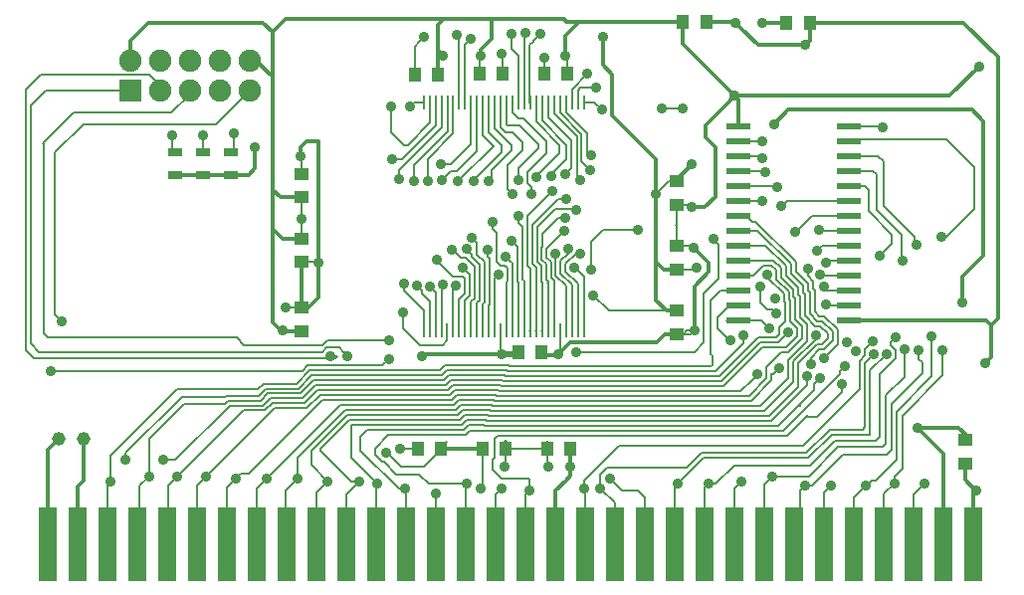
<source format=gbl>
G04 #@! TF.FileFunction,Copper,L2,Bot,Signal*
%FSLAX46Y46*%
G04 Gerber Fmt 4.6, Leading zero omitted, Abs format (unit mm)*
G04 Created by KiCad (PCBNEW (after 2015-may-25 BZR unknown)-product) date 17/02/2017 21:19:06*
%MOMM*%
G01*
G04 APERTURE LIST*
%ADD10C,0.100000*%
%ADD11R,0.279400X1.270000*%
%ADD12R,1.250000X1.000000*%
%ADD13R,1.000000X1.250000*%
%ADD14R,1.600200X6.299200*%
%ADD15R,1.900000X1.900000*%
%ADD16C,1.900000*%
%ADD17C,1.168400*%
%ADD18R,2.000000X0.600000*%
%ADD19R,1.300000X0.700000*%
%ADD20C,0.889000*%
%ADD21C,0.210000*%
%ADD22C,0.310000*%
%ADD23C,0.200000*%
%ADD24C,0.300000*%
G04 APERTURE END LIST*
D10*
D11*
X200440000Y-126398000D03*
X200948000Y-126398000D03*
X201430600Y-126398000D03*
X201938600Y-126398000D03*
X202446600Y-126398000D03*
X202929200Y-126398000D03*
X203437200Y-126398000D03*
X203945200Y-126398000D03*
X204427800Y-126398000D03*
X204935800Y-126398000D03*
X205443800Y-126398000D03*
X205951800Y-126398000D03*
X206434400Y-126398000D03*
X206942400Y-126398000D03*
X207450400Y-126398000D03*
X207933000Y-126398000D03*
X207933000Y-145829000D03*
X207425000Y-145829000D03*
X206942400Y-145829000D03*
X206434400Y-145829000D03*
X205926400Y-145829000D03*
X205443800Y-145829000D03*
X204935800Y-145829000D03*
X204427800Y-145829000D03*
X203945200Y-145829000D03*
X203437200Y-145829000D03*
X202929200Y-145829000D03*
X202421200Y-145829000D03*
X201938600Y-145829000D03*
X201430600Y-145829000D03*
X200922600Y-145829000D03*
X200440000Y-145829000D03*
X208441000Y-145829000D03*
X208949000Y-145829000D03*
X209457000Y-145829000D03*
X209965000Y-145829000D03*
X210473000Y-145829000D03*
X210981000Y-145829000D03*
X211489000Y-145829000D03*
X211997000Y-145829000D03*
X212505000Y-145829000D03*
X213013000Y-145829000D03*
X213521000Y-145829000D03*
X214029000Y-145829000D03*
X208441000Y-126398000D03*
X208949000Y-126398000D03*
X209457000Y-126398000D03*
X209965000Y-126398000D03*
X210473000Y-126398000D03*
X210981000Y-126398000D03*
X211489000Y-126398000D03*
X211997000Y-126398000D03*
X212505000Y-126398000D03*
X213013000Y-126398000D03*
X213521000Y-126398000D03*
X214029000Y-126398000D03*
D12*
X246450000Y-157150000D03*
X246450000Y-155150000D03*
D13*
X210450000Y-147650000D03*
X208450000Y-147650000D03*
D12*
X190000000Y-132500000D03*
X190000000Y-134500000D03*
D14*
X168443180Y-163981420D03*
X170983180Y-163981420D03*
X173523180Y-163981420D03*
X176063180Y-163981420D03*
X178603180Y-163981420D03*
X181143180Y-163981420D03*
X183683180Y-163981420D03*
X186223180Y-163981420D03*
X188763180Y-163981420D03*
X191303180Y-163981420D03*
X193843180Y-163981420D03*
X196383180Y-163981420D03*
X198923180Y-163981420D03*
X201463180Y-163981420D03*
X204003180Y-163981420D03*
X206543180Y-163981420D03*
X209083180Y-163981420D03*
X211623180Y-163981420D03*
X214163180Y-163981420D03*
X216703180Y-163981420D03*
X219243180Y-163981420D03*
X221783180Y-163981420D03*
X224323180Y-163981420D03*
X226863180Y-163981420D03*
X229403180Y-163981420D03*
X231943180Y-163981420D03*
X234483180Y-163981420D03*
X237023180Y-163981420D03*
X239563180Y-163981420D03*
X242103180Y-163981420D03*
X244643180Y-163981420D03*
X247183180Y-163981420D03*
D15*
X175420000Y-125370000D03*
D16*
X175420000Y-122830000D03*
X177960000Y-125370000D03*
X177960000Y-122830000D03*
X180500000Y-125370000D03*
X180500000Y-122830000D03*
X183040000Y-125370000D03*
X183040000Y-122830000D03*
X185580000Y-125370000D03*
X185580000Y-122830000D03*
D17*
X169402250Y-155050000D03*
X171497750Y-155050000D03*
D12*
X190000000Y-138000000D03*
X190000000Y-140000000D03*
X190000000Y-143900000D03*
X190000000Y-145900000D03*
D13*
X199650000Y-124050000D03*
X201650000Y-124050000D03*
X199900000Y-155850000D03*
X201900000Y-155850000D03*
X205150000Y-124000000D03*
X207150000Y-124000000D03*
X205400000Y-155850000D03*
X207400000Y-155850000D03*
X210650000Y-124000000D03*
X212650000Y-124000000D03*
X210900000Y-155850000D03*
X212900000Y-155850000D03*
D12*
X221900000Y-133150000D03*
X221900000Y-135150000D03*
X221900000Y-138650000D03*
X221900000Y-140650000D03*
X221900000Y-144150000D03*
X221900000Y-146150000D03*
D13*
X224450000Y-119550000D03*
X222450000Y-119550000D03*
X233250000Y-119650000D03*
X231250000Y-119650000D03*
D18*
X227156400Y-144942700D03*
X227156400Y-143672700D03*
X227156400Y-142402700D03*
X227156400Y-141132700D03*
X227156400Y-139862700D03*
X227156400Y-138592700D03*
X227156400Y-137322700D03*
X227156400Y-136052700D03*
X227156400Y-134782700D03*
X227156400Y-133512700D03*
X227156400Y-132242700D03*
X227156400Y-130972700D03*
X227156400Y-129702700D03*
X227156400Y-128432700D03*
X236556400Y-128432700D03*
X236556400Y-129702700D03*
X236556400Y-130972700D03*
X236556400Y-132242700D03*
X236556400Y-133512700D03*
X236556400Y-134782700D03*
X236556400Y-136052700D03*
X236556400Y-137322700D03*
X236556400Y-138592700D03*
X236556400Y-139862700D03*
X236556400Y-141132700D03*
X236556400Y-142402700D03*
X236556400Y-143672700D03*
X236556400Y-144942700D03*
D19*
X179250000Y-130700000D03*
X179250000Y-132600000D03*
X181650000Y-130700000D03*
X181650000Y-132600000D03*
X184050000Y-130700000D03*
X184050000Y-132600000D03*
D20*
X213703157Y-139272752D03*
X205250000Y-159250000D03*
X247450000Y-159450000D03*
X223350000Y-138750000D03*
X223250000Y-135350000D03*
X212450000Y-122450000D03*
X205250000Y-122450000D03*
X190050000Y-136300000D03*
X188450000Y-145850000D03*
X212850000Y-157450000D03*
X229250000Y-119650000D03*
X247650000Y-123350000D03*
X202050000Y-122450000D03*
X223450000Y-145850000D03*
X226850001Y-125870470D03*
X211849998Y-147850002D03*
X197250000Y-156250000D03*
X198650000Y-144250000D03*
X207050000Y-147850000D03*
X220150000Y-134250000D03*
X210650000Y-122650000D03*
X207050000Y-122250000D03*
X191450000Y-140050000D03*
X189950000Y-131000000D03*
X188650000Y-143850000D03*
X207250000Y-157450000D03*
X211050000Y-157450000D03*
X198400000Y-155850000D03*
X200450000Y-120850000D03*
X215650000Y-120850000D03*
X223650000Y-140450000D03*
X214850000Y-142850000D03*
X223250000Y-131650000D03*
X230250000Y-128250000D03*
X246250000Y-143450000D03*
X200250000Y-148050000D03*
X186050000Y-130250000D03*
X242448200Y-154112100D03*
X248149999Y-148650000D03*
X232850000Y-121550000D03*
X226950000Y-119650001D03*
X196450000Y-158850000D03*
X233024176Y-149710192D03*
X229850000Y-145650001D03*
X187050000Y-158450000D03*
X226469550Y-146650000D03*
X230620308Y-149057449D03*
X173800000Y-158650000D03*
X179450000Y-158250000D03*
X184450000Y-158450000D03*
X189650000Y-158450000D03*
X194906431Y-158706431D03*
X198850000Y-159299510D03*
X234114948Y-149864060D03*
X233331639Y-148655064D03*
X229250000Y-134850000D03*
X236250000Y-148850000D03*
X237170000Y-147613911D03*
X204050000Y-158850000D03*
X230450000Y-133650000D03*
X209450000Y-159450000D03*
X236012064Y-150398576D03*
X215450000Y-159250000D03*
X229450000Y-132350000D03*
X238689021Y-147843347D03*
X240548551Y-146392813D03*
X224650000Y-158850000D03*
X229250000Y-131150000D03*
X232850000Y-159050000D03*
X242550000Y-147550000D03*
X229250000Y-129750000D03*
X240450000Y-158850000D03*
X244550000Y-147550000D03*
X239450000Y-128550000D03*
X238050000Y-159050000D03*
X244450000Y-137850000D03*
X243650000Y-146350000D03*
X230050000Y-158250000D03*
X242350000Y-138550000D03*
X241306764Y-147446066D03*
X222050000Y-158850000D03*
X241150000Y-139850000D03*
X239787889Y-147825536D03*
X214050000Y-159250000D03*
X239250000Y-139450000D03*
X238609176Y-146747239D03*
X218650000Y-137250000D03*
X214650000Y-140650000D03*
X230850000Y-135250000D03*
X177050000Y-158250000D03*
X232050000Y-137450000D03*
X229650000Y-141050000D03*
X234050000Y-137250000D03*
X225050000Y-138050000D03*
X213369021Y-147674441D03*
X181902700Y-158250000D03*
X233850000Y-139050000D03*
X228806997Y-149577054D03*
X233083303Y-140592749D03*
X234434416Y-148210382D03*
X234650000Y-140050000D03*
X178250000Y-156850000D03*
X236382642Y-146847169D03*
X231386533Y-145954633D03*
X227650000Y-146250000D03*
X175050000Y-156850000D03*
X234090627Y-141032208D03*
X192250000Y-158650000D03*
X234438236Y-142076152D03*
X233779220Y-146278283D03*
X230283905Y-143086608D03*
X229050000Y-142050000D03*
X230410917Y-144402028D03*
X234650000Y-143650012D03*
X197750000Y-131250000D03*
X198350000Y-132950000D03*
X199550000Y-133150000D03*
X200750000Y-133150000D03*
X203250000Y-120650000D03*
X204450000Y-121050000D03*
X201850000Y-131650000D03*
X201950000Y-133050000D03*
X203350000Y-133150000D03*
X204650000Y-133150000D03*
X205950000Y-133150000D03*
X207950000Y-134250000D03*
X208450000Y-133050000D03*
X207850000Y-120550002D03*
X209072330Y-120534466D03*
X210350000Y-120550000D03*
X209969021Y-132748225D03*
X211250000Y-132650000D03*
X212450000Y-132550000D03*
X213750000Y-133050000D03*
X214550000Y-132150000D03*
X214650000Y-130950000D03*
X214350000Y-123950000D03*
X212682484Y-138865255D03*
X211644249Y-139263583D03*
X212406324Y-137346234D03*
X212465280Y-136248805D03*
X213401915Y-135609853D03*
X212549994Y-134650000D03*
X211350000Y-133950000D03*
X208450000Y-136050000D03*
X207889291Y-138183727D03*
X207393447Y-139524675D03*
X206250000Y-136550000D03*
X206765454Y-141041477D03*
X205817561Y-138931439D03*
X204510684Y-137909807D03*
X204063109Y-138913552D03*
X202838694Y-138943935D03*
X203739956Y-140456389D03*
X201531986Y-139835216D03*
X203146383Y-141987582D03*
X202042088Y-141926828D03*
X200950000Y-142050000D03*
X197450000Y-146650000D03*
X181650000Y-129250000D03*
X197450000Y-148250000D03*
X168650000Y-149250000D03*
X169650000Y-145050000D03*
X184250000Y-129050000D03*
X193871758Y-148050360D03*
X179050000Y-129250000D03*
X192511800Y-148050360D03*
X201450000Y-159719520D03*
X207050000Y-159250000D03*
X216250000Y-158450000D03*
X227450000Y-158650000D03*
X235050000Y-159050000D03*
X243050000Y-158850000D03*
X222409520Y-126950000D03*
X220650000Y-126950000D03*
X199250000Y-126750000D03*
X197650000Y-126750000D03*
X209550000Y-134250000D03*
X215550000Y-127050000D03*
X213249996Y-140450000D03*
X215050000Y-125150000D03*
X199851871Y-142005954D03*
X198766036Y-141836277D03*
D21*
X212490495Y-140814561D02*
X212490495Y-140135382D01*
X212490495Y-140135382D02*
X213353125Y-139272752D01*
X213521000Y-145829000D02*
X213521000Y-141845066D01*
X213521000Y-141845066D02*
X212490495Y-140814561D01*
X213353125Y-139272752D02*
X213703157Y-139272752D01*
X205400000Y-159100000D02*
X205400000Y-155850000D01*
X205250000Y-159250000D02*
X205400000Y-159100000D01*
D22*
X247450000Y-159450000D02*
X247183180Y-159716820D01*
D21*
X223250000Y-138650000D02*
X221900000Y-138650000D01*
X223350000Y-138750000D02*
X223250000Y-138650000D01*
X223050000Y-135150000D02*
X221900000Y-135150000D01*
X223250000Y-135350000D02*
X223050000Y-135150000D01*
X211997000Y-145829000D02*
X211997000Y-147950000D01*
X202421200Y-155328800D02*
X201900000Y-155850000D01*
D22*
X188500000Y-145900000D02*
X190000000Y-145900000D01*
D23*
X190000000Y-136250000D02*
X190000000Y-134500000D01*
X190050000Y-137950000D02*
X190000000Y-138000000D01*
X190050000Y-136300000D02*
X190050000Y-137950000D01*
D21*
X212650000Y-122650000D02*
X212650000Y-124000000D01*
X212450000Y-122450000D02*
X212650000Y-122650000D01*
X205150000Y-122550000D02*
X205150000Y-124000000D01*
X205250000Y-122450000D02*
X205150000Y-122550000D01*
D23*
X204850000Y-124300000D02*
X205150000Y-124000000D01*
D22*
X211623180Y-159476820D02*
X211623180Y-163981420D01*
X247183180Y-159716820D02*
X247183180Y-163981420D01*
D23*
X190050000Y-136300000D02*
X190000000Y-136250000D01*
D22*
X188450000Y-145850000D02*
X188500000Y-145900000D01*
X168443180Y-156009070D02*
X169402250Y-155050000D01*
X168443180Y-163981420D02*
X168443180Y-156009070D01*
X212900000Y-155850000D02*
X212900000Y-157450000D01*
X212900000Y-158200000D02*
X212500000Y-158600000D01*
X212500000Y-158600000D02*
X211623180Y-159476820D01*
X212900000Y-157450000D02*
X212900000Y-158200000D01*
D21*
X212850000Y-157450000D02*
X212900000Y-157450000D01*
X212900000Y-157450000D02*
X212850000Y-157450000D01*
X212850000Y-157450000D02*
X212900000Y-157450000D01*
D23*
X221850000Y-136800000D02*
X221900000Y-136800000D01*
X221900000Y-136800000D02*
X221850000Y-136800000D01*
X221850000Y-136800000D02*
X221900000Y-136800000D01*
X221900000Y-136800000D02*
X221900000Y-138650000D01*
X221900000Y-135150000D02*
X221900000Y-136800000D01*
D22*
X211450000Y-147950000D02*
X210450000Y-147950000D01*
X211997000Y-147950000D02*
X211450000Y-147950000D01*
D24*
X247350000Y-159450000D02*
X246450000Y-158550000D01*
X246450000Y-158550000D02*
X246450000Y-157150000D01*
X247450000Y-159450000D02*
X247350000Y-159450000D01*
X229250000Y-119650000D02*
X231250000Y-119650000D01*
D21*
X202050000Y-122450000D02*
X201650000Y-122850000D01*
X201650000Y-122850000D02*
X201650000Y-124050000D01*
D22*
X187550000Y-132750000D02*
X187550000Y-132650000D01*
X187550000Y-133850000D02*
X187550000Y-132750000D01*
X187550000Y-137150000D02*
X187550000Y-133850000D01*
X187550000Y-137950000D02*
X187550000Y-137150000D01*
X187550000Y-145150000D02*
X187550000Y-137950000D01*
X188250000Y-145850000D02*
X187550000Y-145150000D01*
X188450000Y-145850000D02*
X188250000Y-145850000D01*
X187550000Y-138000000D02*
X187550000Y-137950000D01*
X188200000Y-134500000D02*
X187550000Y-133850000D01*
X190000000Y-134500000D02*
X188200000Y-134500000D01*
X188400000Y-138000000D02*
X187550000Y-137150000D01*
X190000000Y-138000000D02*
X188400000Y-138000000D01*
X186130000Y-122830000D02*
X185580000Y-122830000D01*
X187550000Y-124250000D02*
X186130000Y-122830000D01*
X187550000Y-132750000D02*
X187550000Y-124250000D01*
X176950000Y-119650000D02*
X175420000Y-121180000D01*
X186750000Y-119650000D02*
X176950000Y-119650000D01*
X187550000Y-120450000D02*
X186750000Y-119650000D01*
X175420000Y-121180000D02*
X175420000Y-122830000D01*
X187550000Y-124250000D02*
X187550000Y-120450000D01*
X213650000Y-119550000D02*
X212450000Y-120750000D01*
X212450000Y-120750000D02*
X212450000Y-122450000D01*
X222450000Y-119550000D02*
X213650000Y-119550000D01*
X201650000Y-121950000D02*
X201650000Y-124050000D01*
X202150000Y-119350000D02*
X201650000Y-119850000D01*
X201650000Y-119850000D02*
X201650000Y-121950000D01*
X206150000Y-119350000D02*
X202150000Y-119350000D01*
X212550000Y-119550000D02*
X212350000Y-119350000D01*
X212350000Y-119350000D02*
X206150000Y-119350000D01*
X213650000Y-119550000D02*
X212550000Y-119550000D01*
X202050000Y-122350000D02*
X201650000Y-121950000D01*
X202050000Y-122450000D02*
X202050000Y-122350000D01*
X205250000Y-121950000D02*
X206150000Y-121050000D01*
X206150000Y-121050000D02*
X206150000Y-119350000D01*
X205250000Y-122450000D02*
X205250000Y-121950000D01*
X188650000Y-119350000D02*
X187550000Y-120450000D01*
X202150000Y-119350000D02*
X188650000Y-119350000D01*
X223450000Y-142050000D02*
X223450000Y-145221383D01*
D21*
X222821383Y-145850000D02*
X223450000Y-145850000D01*
X221900000Y-146150000D02*
X223150000Y-146150000D01*
D22*
X223450000Y-145221383D02*
X223450000Y-145850000D01*
X224650000Y-140050000D02*
X224650000Y-140850000D01*
X224650000Y-140850000D02*
X223450000Y-142050000D01*
X223350000Y-138750000D02*
X224650000Y-140050000D01*
D21*
X222550000Y-146150000D02*
X222550000Y-146121383D01*
X222550000Y-146121383D02*
X222821383Y-145850000D01*
X223150000Y-146150000D02*
X223450000Y-145850000D01*
D24*
X227156400Y-128432700D02*
X227156400Y-126176869D01*
D22*
X224360236Y-128360235D02*
X226405502Y-126314969D01*
D24*
X222450000Y-119550000D02*
X222450000Y-121470469D01*
X227478618Y-125870470D02*
X226850001Y-125870470D01*
X222450000Y-121470469D02*
X226405502Y-125425971D01*
X227156400Y-126176869D02*
X226850001Y-125870470D01*
D22*
X226405502Y-126314969D02*
X226850001Y-125870470D01*
D24*
X245129530Y-125870470D02*
X227478618Y-125870470D01*
X247650000Y-123350000D02*
X245129530Y-125870470D01*
X226405502Y-125425971D02*
X226850001Y-125870470D01*
D22*
X211997000Y-147704938D02*
X211997000Y-147950000D01*
X220285999Y-146829001D02*
X212872937Y-146829001D01*
X221900000Y-146150000D02*
X220965000Y-146150000D01*
X212872937Y-146829001D02*
X211997000Y-147704938D01*
X220965000Y-146150000D02*
X220285999Y-146829001D01*
X224360236Y-129360236D02*
X225250000Y-130250000D01*
X225250000Y-130250000D02*
X225250000Y-134450000D01*
X225250000Y-134450000D02*
X224350000Y-135350000D01*
X224350000Y-135350000D02*
X223250000Y-135350000D01*
X224360236Y-128360235D02*
X224360236Y-129360236D01*
D21*
X211450000Y-148050000D02*
X211450000Y-147950000D01*
X211450000Y-147950000D02*
X211450000Y-148050000D01*
X211549998Y-147850002D02*
X211849998Y-147850002D01*
X211450000Y-147950000D02*
X211549998Y-147850002D01*
X201900000Y-155975000D02*
X200425000Y-157450000D01*
X201900000Y-155850000D02*
X201900000Y-155975000D01*
X200425000Y-157450000D02*
X198450000Y-157450000D01*
X198450000Y-157450000D02*
X197694499Y-156694499D01*
X197694499Y-156694499D02*
X197250000Y-156250000D01*
D22*
X201900000Y-155850000D02*
X205400000Y-155850000D01*
D21*
X200078800Y-147078800D02*
X198650000Y-145650000D01*
X202421200Y-145829000D02*
X202421200Y-146674000D01*
X202016400Y-147078800D02*
X200078800Y-147078800D01*
X202421200Y-146674000D02*
X202016400Y-147078800D01*
X198650000Y-145650000D02*
X198650000Y-144878617D01*
X198650000Y-144878617D02*
X198650000Y-144250000D01*
X207250000Y-147650000D02*
X208450000Y-147650000D01*
X207050000Y-147850000D02*
X207250000Y-147650000D01*
X221250000Y-133150000D02*
X221900000Y-133150000D01*
X220150000Y-134250000D02*
X221250000Y-133150000D01*
X206942400Y-155392400D02*
X207400000Y-155850000D01*
X207400000Y-157300000D02*
X207400000Y-155850000D01*
X210650000Y-122650000D02*
X210650000Y-124000000D01*
X207050000Y-122250000D02*
X207150000Y-122350000D01*
X207150000Y-122350000D02*
X207150000Y-124000000D01*
X199650000Y-123450000D02*
X199650000Y-124050000D01*
D23*
X207350000Y-124200000D02*
X207150000Y-124000000D01*
X210450000Y-124200000D02*
X210650000Y-124000000D01*
D21*
X221900000Y-144400000D02*
X221900000Y-144150000D01*
X221850000Y-144450000D02*
X221900000Y-144400000D01*
X191400000Y-140000000D02*
X190000000Y-140000000D01*
D22*
X190000000Y-143900000D02*
X190000000Y-140000000D01*
D23*
X190200000Y-143700000D02*
X190000000Y-143900000D01*
X190000000Y-131050000D02*
X190000000Y-132500000D01*
D21*
X191450000Y-140050000D02*
X191400000Y-140000000D01*
X188650000Y-143850000D02*
X188700000Y-143900000D01*
X188700000Y-143900000D02*
X190000000Y-143900000D01*
X207250000Y-157450000D02*
X207400000Y-157300000D01*
D23*
X189950000Y-131000000D02*
X190000000Y-131050000D01*
D21*
X211050000Y-157450000D02*
X210900000Y-157300000D01*
X210900000Y-157300000D02*
X210900000Y-155850000D01*
D23*
X198400000Y-155850000D02*
X199900000Y-155850000D01*
D21*
X199650000Y-121650000D02*
X200005501Y-121294499D01*
X199650000Y-124050000D02*
X199650000Y-121650000D01*
X200005501Y-121294499D02*
X200450000Y-120850000D01*
D22*
X207400000Y-155850000D02*
X207400000Y-155300000D01*
X210900000Y-155850000D02*
X210900000Y-155400000D01*
X191450000Y-143050000D02*
X191450000Y-129750000D01*
X190600000Y-143900000D02*
X191450000Y-143050000D01*
X190000000Y-143900000D02*
X190600000Y-143900000D01*
X189950000Y-130250000D02*
X190450000Y-129750000D01*
X190450000Y-129750000D02*
X191450000Y-129750000D01*
X189950000Y-131000000D02*
X189950000Y-130250000D01*
X215650000Y-123250000D02*
X215650000Y-120850000D01*
X216450000Y-127550000D02*
X216450000Y-124050000D01*
X216450000Y-124050000D02*
X215650000Y-123250000D01*
X220150000Y-131250000D02*
X216450000Y-127550000D01*
X220150000Y-134250000D02*
X220150000Y-131250000D01*
X207050000Y-147950000D02*
X208450000Y-147950000D01*
D21*
X206942400Y-147842400D02*
X207050000Y-147950000D01*
X206942400Y-145829000D02*
X206942400Y-147842400D01*
D22*
X220150000Y-139950000D02*
X220850000Y-140650000D01*
X220850000Y-140650000D02*
X221900000Y-140650000D01*
X220150000Y-139750000D02*
X220150000Y-139950000D01*
X220150000Y-134250000D02*
X220150000Y-139750000D01*
X221050000Y-144150000D02*
X221900000Y-144150000D01*
X220150000Y-143250000D02*
X221050000Y-144150000D01*
X220150000Y-139750000D02*
X220150000Y-143250000D01*
D21*
X223450000Y-140650000D02*
X223650000Y-140450000D01*
X221900000Y-140650000D02*
X223450000Y-140650000D01*
X207400000Y-155850000D02*
X210900000Y-155850000D01*
X214850000Y-142850000D02*
X216150000Y-144150000D01*
X216150000Y-144150000D02*
X221900000Y-144150000D01*
D22*
X221900000Y-133000000D02*
X221900000Y-133150000D01*
X223250000Y-131650000D02*
X221900000Y-133000000D01*
X231450000Y-127050000D02*
X230250000Y-128250000D01*
X247050000Y-127050000D02*
X231450000Y-127050000D01*
X248050000Y-128050000D02*
X247050000Y-127050000D01*
X248050000Y-139450000D02*
X248050000Y-128050000D01*
X246250000Y-141250000D02*
X248050000Y-139450000D01*
X246250000Y-143450000D02*
X246250000Y-141250000D01*
X201850000Y-147850000D02*
X200450000Y-147850000D01*
X200450000Y-147850000D02*
X200250000Y-148050000D01*
X207050000Y-147850000D02*
X201850000Y-147850000D01*
X186050000Y-132050000D02*
X185500000Y-132600000D01*
X185500000Y-132600000D02*
X184050000Y-132600000D01*
X186050000Y-130250000D02*
X186050000Y-132050000D01*
X184050000Y-132600000D02*
X181650000Y-132600000D01*
X181650000Y-132600000D02*
X179250000Y-132600000D01*
X244643180Y-163981420D02*
X244643180Y-158643180D01*
X244643180Y-156307080D02*
X242448200Y-154112100D01*
X244643180Y-158643180D02*
X244643180Y-156307080D01*
X170983180Y-159116820D02*
X171050000Y-159050000D01*
X171497750Y-158602250D02*
X171050000Y-159050000D01*
X171497750Y-158602250D02*
X171497750Y-155050000D01*
X170983180Y-163981420D02*
X170983180Y-159116820D01*
D24*
X246450000Y-154650000D02*
X246450000Y-155150000D01*
X245912100Y-154112100D02*
X246450000Y-154650000D01*
X242448200Y-154112100D02*
X245912100Y-154112100D01*
X248694503Y-148105496D02*
X248594498Y-148205501D01*
X248594498Y-148205501D02*
X248149999Y-148650000D01*
X248694503Y-145394503D02*
X248694503Y-148105496D01*
X233250000Y-121150000D02*
X232850000Y-121550000D01*
X233250000Y-119650000D02*
X233250000Y-121150000D01*
X224450000Y-119550000D02*
X226849999Y-119550000D01*
X226849999Y-119550000D02*
X226950000Y-119650001D01*
X232850000Y-121550000D02*
X228849999Y-121550000D01*
X228849999Y-121550000D02*
X227394499Y-120094500D01*
X227394499Y-120094500D02*
X226950000Y-119650001D01*
D22*
X248242700Y-144942700D02*
X248694503Y-145394503D01*
X236556400Y-144942700D02*
X248242700Y-144942700D01*
D24*
X249250000Y-144839006D02*
X248694503Y-145394503D01*
X249250000Y-122550000D02*
X249250000Y-144839006D01*
X246350000Y-119650000D02*
X249250000Y-122550000D01*
X233250000Y-119650000D02*
X246350000Y-119650000D01*
D21*
X196383180Y-158916820D02*
X196450000Y-158850000D01*
X196383180Y-163981420D02*
X196383180Y-158916820D01*
X227156400Y-144942700D02*
X226157300Y-144942700D01*
X233110192Y-149710192D02*
X233024176Y-149710192D01*
X233250000Y-149850000D02*
X233110192Y-149710192D01*
X227156400Y-144942700D02*
X229142699Y-144942700D01*
X229142699Y-144942700D02*
X229405501Y-145205502D01*
X229405501Y-145205502D02*
X229850000Y-145650001D01*
X205784296Y-153510111D02*
X229989889Y-153510111D01*
X204102054Y-153409980D02*
X205684165Y-153409980D01*
X194250008Y-153849992D02*
X203662042Y-153849992D01*
X203662042Y-153849992D02*
X204102054Y-153409980D01*
X194250008Y-156650008D02*
X194250008Y-153849992D01*
X205684165Y-153409980D02*
X205784296Y-153510111D01*
X196450000Y-158850000D02*
X194250008Y-156650008D01*
X233024176Y-150475824D02*
X233024176Y-149710192D01*
X229989889Y-153510111D02*
X233024176Y-150475824D01*
X186250000Y-163954600D02*
X186223180Y-163981420D01*
X186250000Y-159250000D02*
X186250000Y-163954600D01*
X187050000Y-158450000D02*
X186250000Y-159250000D01*
X227156400Y-143672700D02*
X226456400Y-143672700D01*
X226456400Y-143672700D02*
X225450000Y-144679100D01*
X225450000Y-144679100D02*
X225450000Y-145630450D01*
X225450000Y-145630450D02*
X226025051Y-146205501D01*
X226025051Y-146205501D02*
X226469550Y-146650000D01*
X230005501Y-149805501D02*
X230005501Y-149494499D01*
X230175809Y-149501948D02*
X230620308Y-149057449D01*
X230005501Y-149494499D02*
X230012950Y-149501948D01*
X230012950Y-149501948D02*
X230175809Y-149501948D01*
X206480188Y-151830071D02*
X228263912Y-151830071D01*
X203406162Y-151729940D02*
X206380057Y-151729940D01*
X202966150Y-152169952D02*
X203406162Y-151729940D01*
X187050000Y-158450000D02*
X193330048Y-152169952D01*
X206380057Y-151729940D02*
X206480188Y-151830071D01*
X193330048Y-152169952D02*
X202966150Y-152169952D01*
X228263912Y-151830071D02*
X230005501Y-150088482D01*
X230005501Y-150088482D02*
X230005501Y-149494499D01*
X227156400Y-142402700D02*
X226497300Y-142402700D01*
X224953014Y-148789870D02*
X224910130Y-148789870D01*
D23*
X173523180Y-158926820D02*
X173800000Y-158650000D01*
X173523180Y-158926820D02*
X173523180Y-163981420D01*
D21*
X224953014Y-147953014D02*
X224953014Y-148789870D01*
X224850000Y-143250000D02*
X224850000Y-147850000D01*
X224850000Y-147850000D02*
X224953014Y-147953014D01*
X225697300Y-142402700D02*
X224850000Y-143250000D01*
X227156400Y-142402700D02*
X225697300Y-142402700D01*
X202188351Y-148789870D02*
X207634999Y-148789870D01*
X207634999Y-148789870D02*
X207735130Y-148890001D01*
X186332785Y-150850000D02*
X186832835Y-150349950D01*
X179450000Y-150850000D02*
X186332785Y-150850000D01*
X173800000Y-156500000D02*
X179450000Y-150850000D01*
X189598186Y-150349950D02*
X190718254Y-149229882D01*
X224852883Y-148890001D02*
X224953014Y-148789870D01*
X173800000Y-158650000D02*
X173800000Y-156500000D01*
X201748339Y-149229882D02*
X202188351Y-148789870D01*
X186832835Y-150349950D02*
X189598186Y-150349950D01*
X190718254Y-149229882D02*
X201748339Y-149229882D01*
X207735130Y-148890001D02*
X224852883Y-148890001D01*
X179450000Y-158250000D02*
X178650000Y-159050000D01*
X178650000Y-163934600D02*
X178603180Y-163981420D01*
X178650000Y-159050000D02*
X178650000Y-163934600D01*
X228443238Y-141132700D02*
X229285439Y-140290499D01*
X207002107Y-150570041D02*
X206901976Y-150469910D01*
X191414146Y-150909922D02*
X190294078Y-152029990D01*
X230409502Y-141491455D02*
X231466569Y-142548522D01*
X206901976Y-150469910D02*
X202884243Y-150469910D01*
X231590447Y-145084426D02*
X232179699Y-145673677D01*
X232179699Y-145673677D02*
X232179699Y-146356952D01*
X225935976Y-150570041D02*
X207002107Y-150570041D01*
X230409501Y-140685439D02*
X230409502Y-141491455D01*
X231466569Y-143148525D02*
X231590447Y-143272404D01*
X227156400Y-141132700D02*
X228443238Y-141132700D01*
X230014561Y-140290499D02*
X230409501Y-140685439D01*
X231590447Y-143272404D02*
X231590447Y-145084426D01*
X187528727Y-152029990D02*
X186928727Y-152629990D01*
X179894499Y-157805501D02*
X179450000Y-158250000D01*
X202884243Y-150469910D02*
X202444231Y-150909922D01*
X229285439Y-140290499D02*
X230014561Y-140290499D01*
X186928727Y-152629990D02*
X185070010Y-152629990D01*
X202444231Y-150909922D02*
X191414146Y-150909922D01*
X231466569Y-142548522D02*
X231466569Y-143148525D01*
X232179699Y-146356952D02*
X231287128Y-147249521D01*
X229256496Y-147249521D02*
X225935976Y-150570041D01*
X190294078Y-152029990D02*
X187528727Y-152029990D01*
X231287128Y-147249521D02*
X229256496Y-147249521D01*
X185070010Y-152629990D02*
X179894499Y-157805501D01*
X183683180Y-159216820D02*
X183683180Y-163981420D01*
X184450000Y-158450000D02*
X183683180Y-159216820D01*
X206554030Y-151309930D02*
X206654161Y-151410061D01*
X230180744Y-139862700D02*
X228366400Y-139862700D01*
X202792177Y-151749942D02*
X203232189Y-151309930D01*
X185506533Y-158005501D02*
X191762092Y-151749942D01*
X184894499Y-158005501D02*
X185506533Y-158005501D01*
X232599709Y-146530925D02*
X232599709Y-145499705D01*
X229585491Y-149914509D02*
X229585491Y-148950626D01*
X228366400Y-139862700D02*
X227156400Y-139862700D01*
X230829511Y-140511467D02*
X230180744Y-139862700D01*
X231461101Y-147669531D02*
X232599709Y-146530925D01*
X229585491Y-148950626D02*
X230866586Y-147669531D01*
X230866586Y-147669531D02*
X231461101Y-147669531D01*
X231886577Y-142974548D02*
X231886578Y-142904959D01*
X191762092Y-151749942D02*
X202792177Y-151749942D01*
X231886578Y-142374549D02*
X230829511Y-141317481D01*
X184450000Y-158450000D02*
X184894499Y-158005501D01*
X230829511Y-141317481D02*
X230829511Y-140511467D01*
X232010457Y-144910453D02*
X232010457Y-143098430D01*
X206654161Y-151410061D02*
X228089939Y-151410061D01*
X228089939Y-151410061D02*
X229585491Y-149914509D01*
X231886578Y-142904959D02*
X231886578Y-142374549D01*
X232010457Y-143098430D02*
X231886577Y-142974548D01*
X203232189Y-151309930D02*
X206554030Y-151309930D01*
X232599709Y-145499705D02*
X232010457Y-144910453D01*
X188650000Y-163868240D02*
X188763180Y-163981420D01*
X188650000Y-159450000D02*
X188650000Y-163868240D01*
X189650000Y-158450000D02*
X188650000Y-159450000D01*
X232430467Y-144736480D02*
X233019719Y-145325731D01*
X231409501Y-149890499D02*
X229049919Y-152250081D01*
X193728089Y-152589962D02*
X189650000Y-156668051D01*
X231409501Y-148315114D02*
X231409501Y-149890499D01*
X189650000Y-156668051D02*
X189650000Y-157821383D01*
X231249522Y-140337496D02*
X231249522Y-141143509D01*
X189650000Y-157821383D02*
X189650000Y-158450000D01*
X232306588Y-142200576D02*
X232306588Y-142800578D01*
X229049919Y-152250081D02*
X206306215Y-152250081D01*
X231249522Y-141143509D02*
X232306588Y-142200576D01*
X203140123Y-152589962D02*
X193728089Y-152589962D01*
X229504726Y-138592700D02*
X231249522Y-140337496D01*
X227156400Y-138592700D02*
X229504726Y-138592700D01*
X206306215Y-152250081D02*
X206206084Y-152149950D01*
X232430467Y-142924457D02*
X232430467Y-144736480D01*
X233019719Y-146704898D02*
X231409501Y-148315114D01*
X232306588Y-142800578D02*
X232430467Y-142924457D01*
X233019719Y-145325731D02*
X233019719Y-146704898D01*
X206206084Y-152149950D02*
X203580135Y-152149950D01*
X203580135Y-152149950D02*
X203140123Y-152589962D01*
X194277814Y-158706431D02*
X194906431Y-158706431D01*
X203488069Y-153429982D02*
X194076035Y-153429982D01*
X205958269Y-153090101D02*
X205858138Y-152989970D01*
X229809899Y-153090101D02*
X205958269Y-153090101D01*
X232264675Y-150635325D02*
X229809899Y-153090101D01*
X191650000Y-155856017D02*
X191650000Y-156078617D01*
X234261306Y-147030853D02*
X233881728Y-147030853D01*
X194076035Y-153429982D02*
X191650000Y-155856017D01*
X234783102Y-146108421D02*
X234783102Y-146509057D01*
X234124204Y-145449523D02*
X234783102Y-146108421D01*
X233737493Y-145449523D02*
X234124204Y-145449523D01*
X232850477Y-144562507D02*
X233737493Y-145449523D01*
X233881728Y-147030853D02*
X232264675Y-148647906D01*
X232850477Y-142750484D02*
X232850477Y-144562507D01*
X232264675Y-148647906D02*
X232264675Y-150635325D01*
X191650000Y-156078617D02*
X194277814Y-158706431D01*
X203928081Y-152989970D02*
X203488069Y-153429982D01*
X232726599Y-142626606D02*
X232850477Y-142750484D01*
X232726598Y-142026603D02*
X232726599Y-142626606D01*
X231669532Y-140163523D02*
X231669532Y-140969536D01*
X231669532Y-140969536D02*
X232726598Y-142026603D01*
X228828709Y-137322700D02*
X231669532Y-140163523D01*
X234783102Y-146509057D02*
X234261306Y-147030853D01*
X205858138Y-152989970D02*
X203928081Y-152989970D01*
X227156400Y-137322700D02*
X228828709Y-137322700D01*
X193843180Y-159769682D02*
X194461932Y-159150930D01*
X193843180Y-159769682D02*
X193843180Y-163981420D01*
X194461932Y-159150930D02*
X194906431Y-158706431D01*
X198923180Y-163981420D02*
X198923180Y-159372690D01*
X198923180Y-159372690D02*
X198850000Y-159299510D01*
X232450000Y-152250000D02*
X232450000Y-152050000D01*
X232450000Y-152050000D02*
X233605501Y-150894499D01*
X233605501Y-150373507D02*
X233670449Y-150308559D01*
X233670449Y-150308559D02*
X234114948Y-149864060D01*
X233605501Y-150894499D02*
X233605501Y-150373507D01*
X228366400Y-136562700D02*
X228662692Y-136562700D01*
X233146608Y-141852630D02*
X233146608Y-142452632D01*
X233270487Y-144388534D02*
X233911466Y-145029513D01*
X232089542Y-139989550D02*
X232089542Y-140795563D01*
X234435279Y-147450863D02*
X234055700Y-147450863D01*
X233911466Y-145029513D02*
X234298177Y-145029513D01*
X234055700Y-147450863D02*
X233331639Y-148174923D01*
X227156400Y-136052700D02*
X227856400Y-136052700D01*
X234298177Y-145029513D02*
X235203112Y-145934448D01*
X233146608Y-142452632D02*
X233270487Y-142576511D01*
X227856400Y-136052700D02*
X228366400Y-136562700D01*
X232089542Y-140795563D02*
X233146608Y-141852630D01*
X235203112Y-145934448D02*
X235203112Y-146683030D01*
X235203112Y-146683030D02*
X234435279Y-147450863D01*
X233331639Y-148174923D02*
X233331639Y-148655064D01*
X228662692Y-136562700D02*
X232089542Y-139989550D01*
X233270487Y-142576511D02*
X233270487Y-144388534D01*
X205610323Y-153930121D02*
X230569879Y-153930121D01*
X205510192Y-153829990D02*
X205610323Y-153930121D01*
X204276027Y-153829990D02*
X205510192Y-153829990D01*
X203836015Y-154270002D02*
X204276027Y-153829990D01*
X195629998Y-154270002D02*
X203836015Y-154270002D01*
X195050000Y-154850000D02*
X195629998Y-154270002D01*
X195050000Y-156050000D02*
X195050000Y-154850000D01*
X198299510Y-159299510D02*
X195050000Y-156050000D01*
X230569879Y-153930121D02*
X233605501Y-150894499D01*
X198850000Y-159299510D02*
X198299510Y-159299510D01*
X227156400Y-134782700D02*
X227856400Y-134782700D01*
X229250000Y-134850000D02*
X229182700Y-134782700D01*
X229182700Y-134782700D02*
X227156400Y-134782700D01*
X204003180Y-158896820D02*
X204050000Y-158850000D01*
X204003180Y-163981420D02*
X204003180Y-158896820D01*
X235805501Y-149523116D02*
X235805501Y-149294499D01*
X235805501Y-149294499D02*
X236250000Y-148850000D01*
X204349869Y-154350131D02*
X230978486Y-154350131D01*
X204009988Y-154690012D02*
X204349869Y-154350131D01*
X196250000Y-155850000D02*
X197409988Y-154690012D01*
X196250000Y-156374062D02*
X196250000Y-155850000D01*
X197409988Y-154690012D02*
X204009988Y-154690012D01*
X196885439Y-157009501D02*
X196250000Y-156374062D01*
X197009501Y-157009501D02*
X196885439Y-157009501D01*
X198050000Y-158050000D02*
X197009501Y-157009501D01*
X200050000Y-158050000D02*
X198050000Y-158050000D01*
X200850000Y-158850000D02*
X200050000Y-158050000D01*
X230978486Y-154350131D02*
X235805501Y-149523116D01*
X204050000Y-158850000D02*
X200850000Y-158850000D01*
X230312700Y-133512700D02*
X227156400Y-133512700D01*
X230450000Y-133650000D02*
X230312700Y-133512700D01*
X209450000Y-159450000D02*
X209450000Y-158450000D01*
X231329867Y-154770133D02*
X232950000Y-153150000D01*
X232950000Y-153150000D02*
X233050000Y-153050000D01*
X209850000Y-154770133D02*
X231329867Y-154770133D01*
X209810067Y-154810066D02*
X209850000Y-154770133D01*
X209083180Y-159816820D02*
X209083180Y-163981420D01*
X209450000Y-159450000D02*
X209083180Y-159816820D01*
X232950000Y-153150000D02*
X233889257Y-153150000D01*
X233889257Y-153150000D02*
X236012064Y-151027193D01*
X236012064Y-151027193D02*
X236012064Y-150398576D01*
X206689934Y-154810066D02*
X206450000Y-155050000D01*
X206450000Y-155050000D02*
X206450000Y-156650000D01*
X206450000Y-156650000D02*
X206250000Y-156850000D01*
X206250000Y-156850000D02*
X206250000Y-157650000D01*
X206250000Y-157650000D02*
X207050000Y-158450000D01*
X207050000Y-158450000D02*
X209450000Y-158450000D01*
X209810067Y-154810066D02*
X206689934Y-154810066D01*
X216703180Y-160503180D02*
X216703180Y-163981420D01*
X215450000Y-159250000D02*
X216703180Y-160503180D01*
X229342700Y-132242700D02*
X227156400Y-132242700D01*
X229342700Y-132242700D02*
X229450000Y-132350000D01*
X215450000Y-159250000D02*
X215450000Y-158125938D01*
X237737408Y-154250892D02*
X237927000Y-154061300D01*
X215450000Y-158125938D02*
X216034838Y-157541100D01*
X238244522Y-148287846D02*
X238689021Y-147843347D01*
X237927000Y-148605368D02*
X238244522Y-148287846D01*
X234946326Y-154250892D02*
X237737408Y-154250892D01*
X224086627Y-156219390D02*
X232977828Y-156219390D01*
X222764918Y-157541100D02*
X224086627Y-156219390D01*
X237927000Y-154061300D02*
X237927000Y-148605368D01*
X232977828Y-156219390D02*
X234946326Y-154250892D01*
X216034838Y-157541100D02*
X222764918Y-157541100D01*
X224650000Y-158850000D02*
X224323180Y-159176820D01*
X225278617Y-158850000D02*
X226828817Y-157299800D01*
X224650000Y-158850000D02*
X225278617Y-158850000D01*
X226828817Y-157299800D02*
X233304200Y-157299800D01*
X233304200Y-157299800D02*
X235387000Y-155217000D01*
X235387000Y-155217000D02*
X238866800Y-155217000D01*
X238866800Y-155217000D02*
X239171600Y-154912200D01*
X239171600Y-153550000D02*
X239171600Y-153527900D01*
X239171600Y-154912200D02*
X239171600Y-153550000D01*
X224323180Y-159176820D02*
X224323180Y-163981420D01*
X229072700Y-130972700D02*
X229250000Y-131150000D01*
X229072700Y-130972700D02*
X227156400Y-130972700D01*
X240104052Y-146837312D02*
X240548551Y-146392813D01*
X239171600Y-153550000D02*
X239171600Y-149565887D01*
X240104052Y-147066035D02*
X240104052Y-146837312D01*
X240547390Y-147509373D02*
X240104052Y-147066035D01*
X239171600Y-149565887D02*
X240547390Y-148190097D01*
X240547390Y-148190097D02*
X240547390Y-147509373D01*
X232450000Y-163474600D02*
X231943180Y-163981420D01*
X232450000Y-159450000D02*
X232450000Y-163474600D01*
X232850000Y-159050000D02*
X232450000Y-159450000D01*
X242550000Y-148250000D02*
X242850000Y-148550000D01*
X242850000Y-148550000D02*
X242850000Y-149450000D01*
X242850000Y-149450000D02*
X240250000Y-152050000D01*
X240250000Y-152050000D02*
X240250000Y-153261010D01*
X240250000Y-153261010D02*
X240262890Y-153273900D01*
X229202700Y-129702700D02*
X227156400Y-129702700D01*
X229202700Y-129702700D02*
X229250000Y-129750000D01*
X240262890Y-155941810D02*
X240262890Y-153273900D01*
X236105117Y-156423500D02*
X239781200Y-156423500D01*
X239781200Y-156423500D02*
X240262890Y-155941810D01*
X232850000Y-159050000D02*
X233478617Y-159050000D01*
X233478617Y-159050000D02*
X236105117Y-156423500D01*
X242550000Y-147550000D02*
X242550000Y-148250000D01*
X239563180Y-159736820D02*
X239563180Y-163981420D01*
X240450000Y-158850000D02*
X239563180Y-159736820D01*
X240450000Y-158221383D02*
X241127400Y-157543983D01*
X240450000Y-158850000D02*
X240450000Y-158221383D01*
X241127400Y-153250000D02*
X241127400Y-153210400D01*
X241127400Y-157543983D02*
X241127400Y-153250000D01*
X241127400Y-153072600D02*
X244550000Y-149650000D01*
X244550000Y-149650000D02*
X244550000Y-147550000D01*
X239450000Y-128550000D02*
X239332700Y-128432700D01*
X239332700Y-128432700D02*
X236556400Y-128432700D01*
X241127400Y-153250000D02*
X241127400Y-153072600D01*
X237023180Y-160076820D02*
X237023180Y-163981420D01*
X238050000Y-159050000D02*
X237023180Y-160076820D01*
X240682900Y-153250000D02*
X240682900Y-153248500D01*
X238894599Y-158605501D02*
X240682900Y-156817200D01*
X238050000Y-159050000D02*
X238494499Y-158605501D01*
X238494499Y-158605501D02*
X238894599Y-158605501D01*
X240682900Y-156817200D02*
X240682900Y-153250000D01*
X240682900Y-152717100D02*
X240682900Y-153250000D01*
X243650000Y-149750000D02*
X243650000Y-146350000D01*
X240682900Y-152717100D02*
X243650000Y-149750000D01*
X236709100Y-129550000D02*
X236556400Y-129702700D01*
X244850000Y-129550000D02*
X236709100Y-129550000D01*
X247250000Y-135450000D02*
X247250000Y-131950000D01*
X247250000Y-131950000D02*
X244850000Y-129550000D01*
X244850000Y-137850000D02*
X247250000Y-135450000D01*
X244450000Y-137850000D02*
X244850000Y-137850000D01*
X229403180Y-158896820D02*
X229403180Y-163981420D01*
X230050000Y-158250000D02*
X229403180Y-158896820D01*
X242150000Y-137850000D02*
X242150000Y-137950000D01*
X239550000Y-135250000D02*
X242150000Y-137850000D01*
X239550000Y-131450000D02*
X239550000Y-135250000D01*
X239072700Y-130972700D02*
X239550000Y-131450000D01*
X236556400Y-130972700D02*
X239072700Y-130972700D01*
X242150000Y-138350000D02*
X242150000Y-137850000D01*
X242150000Y-138350000D02*
X242350000Y-138550000D01*
X235666400Y-155763100D02*
X239463700Y-155763100D01*
X239743100Y-155483700D02*
X239743100Y-151356900D01*
X241306764Y-148074683D02*
X241306764Y-147446066D01*
X233179500Y-158250000D02*
X235666400Y-155763100D01*
X230050000Y-158250000D02*
X233179500Y-158250000D01*
X241306764Y-149793236D02*
X241306764Y-148074683D01*
X239743100Y-151356900D02*
X241306764Y-149793236D01*
X239463700Y-155763100D02*
X239743100Y-155483700D01*
X222050000Y-158850000D02*
X221783180Y-159116820D01*
X221783180Y-159116820D02*
X221783180Y-163981420D01*
X238642700Y-132242700D02*
X236556400Y-132242700D01*
X241050000Y-139750000D02*
X241150000Y-139850000D01*
X241050000Y-137650000D02*
X241050000Y-139750000D01*
X238950000Y-135550000D02*
X241050000Y-137650000D01*
X238950000Y-132550000D02*
X238950000Y-135550000D01*
X238642700Y-132242700D02*
X238950000Y-132550000D01*
X238384200Y-149229225D02*
X239787889Y-147825536D01*
X235120300Y-154670900D02*
X238384200Y-154670900D01*
X233151800Y-156639400D02*
X235120300Y-154670900D01*
X224260600Y-156639400D02*
X233151800Y-156639400D01*
X222050000Y-158850000D02*
X224260600Y-156639400D01*
X238384200Y-154670900D02*
X238384200Y-149229225D01*
X214050000Y-159250000D02*
X214163180Y-159363180D01*
X214163180Y-159363180D02*
X214163180Y-163981420D01*
X236593700Y-133550000D02*
X236556400Y-133512700D01*
X239250000Y-139450000D02*
X240250000Y-138450000D01*
X240250000Y-138450000D02*
X240250000Y-137650000D01*
X240250000Y-137650000D02*
X238250000Y-135650000D01*
X238250000Y-135650000D02*
X238250000Y-133850000D01*
X238250000Y-133850000D02*
X237950000Y-133550000D01*
X237950000Y-133550000D02*
X236593700Y-133550000D01*
X214050000Y-158621383D02*
X217021383Y-155650000D01*
X238164677Y-147191738D02*
X238609176Y-146747239D01*
X237929501Y-147426914D02*
X238164677Y-147191738D01*
X237929501Y-147965337D02*
X237929501Y-147426914D01*
X237484077Y-148410761D02*
X237929501Y-147965337D01*
X237484077Y-150815923D02*
X237484077Y-148410761D01*
X232650000Y-155650000D02*
X237484077Y-150815923D01*
X214050000Y-159250000D02*
X214050000Y-158621383D01*
X217021383Y-155650000D02*
X232650000Y-155650000D01*
X218650000Y-137250000D02*
X215650000Y-137250000D01*
X215650000Y-137250000D02*
X214650000Y-138250000D01*
X214650000Y-138250000D02*
X214650000Y-140650000D01*
X236556400Y-134782700D02*
X231317300Y-134782700D01*
X231317300Y-134782700D02*
X230850000Y-135250000D01*
X176250000Y-163794600D02*
X176063180Y-163981420D01*
X177050000Y-158250000D02*
X176250000Y-159050000D01*
X176250000Y-159050000D02*
X176250000Y-163794600D01*
X236556400Y-136052700D02*
X233447300Y-136052700D01*
X233447300Y-136052700D02*
X232494499Y-137005501D01*
X232494499Y-137005501D02*
X232050000Y-137450000D01*
X177050000Y-155050000D02*
X180050000Y-152050000D01*
X225569979Y-149730021D02*
X228890498Y-146409502D01*
X189946132Y-151189970D02*
X191066200Y-150069902D01*
X183728081Y-151789970D02*
X186580781Y-151789970D01*
X207350053Y-149730021D02*
X225569979Y-149730021D01*
X228890498Y-146409502D02*
X230394336Y-146409501D01*
X231046558Y-143322498D02*
X231046558Y-142722495D01*
X177050000Y-158250000D02*
X177050000Y-155050000D01*
X231170437Y-145046667D02*
X231170437Y-143446377D01*
X202096285Y-150069902D02*
X202536297Y-149629890D01*
X231170437Y-143446377D02*
X231046558Y-143322498D01*
X230627032Y-145590072D02*
X231170437Y-145046667D01*
X230394336Y-146409501D02*
X230627032Y-146176805D01*
X231046558Y-142722495D02*
X229650000Y-141325936D01*
X202536297Y-149629890D02*
X207249922Y-149629890D01*
X180050000Y-152050000D02*
X183468051Y-152050000D01*
X230627032Y-146176805D02*
X230627032Y-145590072D01*
X186580781Y-151789970D02*
X187180781Y-151189970D01*
X207249922Y-149629890D02*
X207350053Y-149730021D01*
X183468051Y-152050000D02*
X183728081Y-151789970D01*
X187180781Y-151189970D02*
X189946132Y-151189970D01*
X229650000Y-141325936D02*
X229650000Y-141050000D01*
X191066200Y-150069902D02*
X202096285Y-150069902D01*
X234050000Y-137250000D02*
X234122700Y-137322700D01*
X234122700Y-137322700D02*
X236556400Y-137322700D01*
X223425559Y-147674441D02*
X213997638Y-147674441D01*
X213997638Y-147674441D02*
X213369021Y-147674441D01*
X225494499Y-141405501D02*
X224250000Y-142650000D01*
X224250000Y-142650000D02*
X224250000Y-146850000D01*
X224250000Y-146850000D02*
X223425559Y-147674441D01*
X225494499Y-138494499D02*
X225494499Y-141405501D01*
X225050000Y-138050000D02*
X225494499Y-138494499D01*
X181143180Y-163981420D02*
X181143180Y-159009520D01*
X181143180Y-159009520D02*
X181458201Y-158694499D01*
X181458201Y-158694499D02*
X181902700Y-158250000D01*
X234307300Y-138592700D02*
X233850000Y-139050000D01*
X236556400Y-138592700D02*
X234307300Y-138592700D01*
X234878915Y-147765883D02*
X234434416Y-148210382D01*
X234472150Y-144609503D02*
X235623122Y-145760475D01*
X234085439Y-144609503D02*
X234472150Y-144609503D01*
X233083303Y-140592749D02*
X233083303Y-141195341D01*
X233566618Y-141678657D02*
X233566618Y-142278658D01*
X233566618Y-142278658D02*
X233690497Y-142402537D01*
X233690497Y-144214561D02*
X234085439Y-144609503D01*
X235623122Y-145760475D02*
X235623122Y-147021676D01*
X235623122Y-147021676D02*
X234878915Y-147765883D01*
X233083303Y-141195341D02*
X233566618Y-141678657D01*
X233690497Y-142402537D02*
X233690497Y-144214561D01*
X228362498Y-150021553D02*
X228806997Y-149577054D01*
X202618204Y-151329932D02*
X203058216Y-150889920D01*
X227394000Y-150990051D02*
X228362498Y-150021553D01*
X187702700Y-152450000D02*
X190468051Y-152450000D01*
X190468051Y-152450000D02*
X191588119Y-151329932D01*
X181902700Y-158250000D02*
X187702700Y-152450000D01*
X203058216Y-150889920D02*
X206728003Y-150889920D01*
X206728003Y-150889920D02*
X206828134Y-150990051D01*
X206828134Y-150990051D02*
X227394000Y-150990051D01*
X191588119Y-151329932D02*
X202618204Y-151329932D01*
X234837300Y-139862700D02*
X234650000Y-140050000D01*
X234837300Y-139862700D02*
X236556400Y-139862700D01*
X183902054Y-152209980D02*
X186754754Y-152209980D01*
X191240173Y-150489912D02*
X202270258Y-150489912D01*
X179262034Y-156850000D02*
X183902054Y-152209980D01*
X178250000Y-156850000D02*
X179262034Y-156850000D01*
X202710270Y-150049900D02*
X207075949Y-150049900D01*
X202270258Y-150489912D02*
X202710270Y-150049900D01*
X207176080Y-150150031D02*
X225762003Y-150150031D01*
X187354754Y-151609980D02*
X190120105Y-151609980D01*
X231386533Y-146011286D02*
X231386533Y-145954633D01*
X186754754Y-152209980D02*
X187354754Y-151609980D01*
X207075949Y-150049900D02*
X207176080Y-150150031D01*
X225762003Y-150150031D02*
X229082523Y-146829511D01*
X229082523Y-146829511D02*
X230568308Y-146829511D01*
X190120105Y-151609980D02*
X191240173Y-150489912D01*
X230568308Y-146829511D02*
X231386533Y-146011286D01*
X234191119Y-141132700D02*
X234090627Y-141032208D01*
X236556400Y-141132700D02*
X234191119Y-141132700D01*
X225218606Y-149310011D02*
X227650000Y-146878617D01*
X202362324Y-149209880D02*
X207423895Y-149209880D01*
X189772159Y-150769960D02*
X190892227Y-149649892D01*
X201922312Y-149649892D02*
X202362324Y-149209880D01*
X187006808Y-150769960D02*
X189772159Y-150769960D01*
X186406808Y-151369960D02*
X187006808Y-150769960D01*
X175050000Y-156221383D02*
X179821383Y-151450000D01*
X183554108Y-151369960D02*
X186406808Y-151369960D01*
X190892227Y-149649892D02*
X201922312Y-149649892D01*
X183474068Y-151450000D02*
X183554108Y-151369960D01*
X207423895Y-149209880D02*
X207524026Y-149310011D01*
X175050000Y-156850000D02*
X175050000Y-156221383D01*
X179821383Y-151450000D02*
X183474068Y-151450000D01*
X227650000Y-146878617D02*
X227650000Y-146250000D01*
X207524026Y-149310011D02*
X225218606Y-149310011D01*
X191250000Y-163928240D02*
X191303180Y-163981420D01*
X191250000Y-159650000D02*
X191250000Y-163928240D01*
X192250000Y-158650000D02*
X191250000Y-159650000D01*
X236556400Y-142402700D02*
X234764784Y-142402700D01*
X234764784Y-142402700D02*
X234438236Y-142076152D01*
X206032111Y-152569960D02*
X206132242Y-152670091D01*
X190850000Y-157250000D02*
X190850000Y-156062034D01*
X231844665Y-150246531D02*
X231844665Y-148473932D01*
X231844665Y-148473932D02*
X233779220Y-146539377D01*
X233779220Y-146539377D02*
X233779220Y-146278283D01*
X203314096Y-153009972D02*
X203754108Y-152569960D01*
X193902062Y-153009972D02*
X203314096Y-153009972D01*
X192250000Y-158650000D02*
X190850000Y-157250000D01*
X206132242Y-152670091D02*
X229421105Y-152670091D01*
X229421105Y-152670091D02*
X231844665Y-150246531D01*
X203754108Y-152569960D02*
X206032111Y-152569960D01*
X190850000Y-156062034D02*
X193902062Y-153009972D01*
X229450000Y-143850000D02*
X229605501Y-144005501D01*
X236556400Y-143672700D02*
X234672688Y-143672700D01*
X234672688Y-143672700D02*
X234650000Y-143650012D01*
X229050000Y-143450000D02*
X229605501Y-144005501D01*
X229050000Y-142050000D02*
X229050000Y-143450000D01*
X230058889Y-144050000D02*
X230410917Y-144402028D01*
X229650000Y-144050000D02*
X230058889Y-144050000D01*
X229605501Y-144005501D02*
X229650000Y-144050000D01*
X201430600Y-126398000D02*
X201430600Y-128369400D01*
X198550000Y-131250000D02*
X197750000Y-131250000D01*
X201430600Y-128369400D02*
X198550000Y-131250000D01*
X201938600Y-126398000D02*
X201938600Y-128561400D01*
X198350000Y-132150000D02*
X198350000Y-132950000D01*
X201938600Y-128561400D02*
X198350000Y-132150000D01*
X202446600Y-128853400D02*
X202446600Y-126398000D01*
X199550000Y-131750000D02*
X199550000Y-133150000D01*
X202446600Y-128853400D02*
X199550000Y-131750000D01*
X202929200Y-129070800D02*
X202929200Y-126398000D01*
X200750000Y-131250000D02*
X200750000Y-133150000D01*
X202929200Y-129070800D02*
X200750000Y-131250000D01*
X203437200Y-126398000D02*
X203437200Y-120837200D01*
X203437200Y-120837200D02*
X203250000Y-120650000D01*
X203945200Y-121554800D02*
X204450000Y-121050000D01*
X203945200Y-126398000D02*
X203945200Y-121554800D01*
X204427800Y-126398000D02*
X204427800Y-129972200D01*
X204427800Y-129972200D02*
X202750000Y-131650000D01*
X202750000Y-131650000D02*
X201850000Y-131650000D01*
X202750000Y-132250000D02*
X201950000Y-133050000D01*
X203250000Y-132250000D02*
X202750000Y-132250000D01*
X204935800Y-130564200D02*
X203250000Y-132250000D01*
X204935800Y-126398000D02*
X204935800Y-130564200D01*
X205443800Y-126398000D02*
X205443800Y-129243800D01*
X206350000Y-130150000D02*
X203350000Y-133150000D01*
X205443800Y-129243800D02*
X206350000Y-130150000D01*
X205951800Y-126398000D02*
X205951800Y-128948200D01*
X204650000Y-133050000D02*
X204650000Y-133150000D01*
X207053600Y-130646400D02*
X204650000Y-133050000D01*
X207053600Y-130050000D02*
X207053600Y-130646400D01*
X205951800Y-128948200D02*
X207053600Y-130050000D01*
X206150000Y-132950000D02*
X205950000Y-133150000D01*
X206150000Y-132150000D02*
X206150000Y-132950000D01*
X207850000Y-130450000D02*
X206150000Y-132150000D01*
X207850000Y-130050000D02*
X207850000Y-130450000D01*
X206434400Y-128634400D02*
X207850000Y-130050000D01*
X206434400Y-126398000D02*
X206434400Y-128634400D01*
X207505501Y-131794499D02*
X207505501Y-133805501D01*
X208850000Y-130450000D02*
X207505501Y-131794499D01*
X207505501Y-133805501D02*
X207950000Y-134250000D01*
X208850000Y-129850000D02*
X208850000Y-130450000D01*
X207950000Y-128950000D02*
X208850000Y-129850000D01*
X207350000Y-128950000D02*
X207950000Y-128950000D01*
X206942400Y-128542400D02*
X207350000Y-128950000D01*
X206942400Y-126398000D02*
X206942400Y-128542400D01*
X207450400Y-128250400D02*
X207550000Y-128350000D01*
X207450400Y-126398000D02*
X207450400Y-128250400D01*
X210150000Y-129950000D02*
X210150000Y-130321383D01*
X208450000Y-132021383D02*
X208450000Y-132421383D01*
X207550000Y-128350000D02*
X208550000Y-128350000D01*
X210150000Y-130321383D02*
X208450000Y-132021383D01*
X208450000Y-132421383D02*
X208450000Y-133050000D01*
X208550000Y-128350000D02*
X210150000Y-129950000D01*
X208441000Y-126398000D02*
X208441000Y-122441000D01*
X208441000Y-122441000D02*
X207850000Y-121850000D01*
X207850000Y-121850000D02*
X207850000Y-121178619D01*
X207850000Y-121178619D02*
X207850000Y-120550002D01*
X208949000Y-120657796D02*
X209072330Y-120534466D01*
X208949000Y-126398000D02*
X208949000Y-120657796D01*
X209450000Y-121549013D02*
X209450000Y-121850000D01*
X209450000Y-126391000D02*
X209450000Y-121549013D01*
X209457000Y-126398000D02*
X209450000Y-126391000D01*
X209450000Y-121550000D02*
X209450000Y-121549013D01*
X209750000Y-121250000D02*
X209750000Y-121150000D01*
X209750000Y-121150000D02*
X209905501Y-120994499D01*
X209905501Y-120994499D02*
X210350000Y-120550000D01*
X209750000Y-121250000D02*
X209450000Y-121550000D01*
X211950000Y-130767246D02*
X210413520Y-132303726D01*
X209965000Y-126398000D02*
X209965000Y-128065000D01*
X209965000Y-128065000D02*
X211950000Y-130050000D01*
X211950000Y-130050000D02*
X211950000Y-130767246D01*
X210413520Y-132303726D02*
X209969021Y-132748225D01*
X210473000Y-126398000D02*
X210473000Y-127973000D01*
X212529998Y-130029998D02*
X212529998Y-131270002D01*
X210473000Y-127973000D02*
X212529998Y-130029998D01*
X211250000Y-132550000D02*
X211250000Y-132650000D01*
X212529998Y-131270002D02*
X211250000Y-132550000D01*
X210981000Y-126398000D02*
X210981000Y-127681000D01*
X210981000Y-127681000D02*
X212950000Y-129650000D01*
X212950000Y-132050000D02*
X212450000Y-132550000D01*
X212950000Y-129650000D02*
X212950000Y-132050000D01*
X211489000Y-126398000D02*
X211489000Y-127382972D01*
X213429998Y-132729998D02*
X213750000Y-133050000D01*
X213429998Y-129323970D02*
X213429998Y-132729998D01*
X211489000Y-127382972D02*
X213429998Y-129323970D01*
X211997000Y-127297000D02*
X211997000Y-126398000D01*
X213850000Y-131450000D02*
X214550000Y-132150000D01*
X213850000Y-129150000D02*
X213850000Y-131450000D01*
X211997000Y-127297000D02*
X213850000Y-129150000D01*
X214350000Y-130650000D02*
X214650000Y-130950000D01*
X214350000Y-129050000D02*
X214350000Y-130650000D01*
X212558299Y-127258299D02*
X214350000Y-129050000D01*
X212558299Y-126451299D02*
X212558299Y-127258299D01*
X212505000Y-126398000D02*
X212558299Y-126451299D01*
X213013000Y-125287000D02*
X214350000Y-123950000D01*
X213013000Y-126398000D02*
X213013000Y-125287000D01*
X212070488Y-140988534D02*
X212070488Y-139911466D01*
X212682484Y-139299470D02*
X212682484Y-138865255D01*
X213013000Y-141931046D02*
X212070488Y-140988534D01*
X213013000Y-145829000D02*
X213013000Y-141931046D01*
X212070488Y-139911466D02*
X212682484Y-139299470D01*
X211644249Y-139892200D02*
X211644249Y-139263583D01*
X212505000Y-142017029D02*
X211650478Y-141162507D01*
X212505000Y-145829000D02*
X212505000Y-142017029D01*
X211650478Y-139898429D02*
X211644249Y-139892200D01*
X211650478Y-141162507D02*
X211650478Y-139898429D01*
X211961825Y-137790733D02*
X212406324Y-137346234D01*
X210884748Y-139628144D02*
X210884748Y-138867810D01*
X210884748Y-138867810D02*
X211961825Y-137790733D01*
X211230468Y-141336480D02*
X211230468Y-139973864D01*
X211489000Y-145829000D02*
X211489000Y-141595011D01*
X211230468Y-139973864D02*
X210884748Y-139628144D01*
X211489000Y-141595011D02*
X211230468Y-141336480D01*
X210981000Y-141781000D02*
X210950000Y-141750000D01*
X210981000Y-145829000D02*
X210981000Y-141781000D01*
X210810458Y-141510453D02*
X210810458Y-140158268D01*
X210810458Y-140158268D02*
X210464738Y-139812548D01*
X210464738Y-138693837D02*
X210495810Y-138662765D01*
X211836663Y-136248805D02*
X212465280Y-136248805D01*
X210495810Y-138662765D02*
X210495810Y-137589658D01*
X210981000Y-141680995D02*
X210810458Y-141510453D01*
X210464738Y-139812548D02*
X210464738Y-138693837D01*
X210495810Y-137589658D02*
X211836663Y-136248805D01*
X210981000Y-141781000D02*
X210981000Y-141680995D01*
X213269624Y-135477562D02*
X213401915Y-135609853D01*
X210075800Y-137024200D02*
X211622438Y-135477562D01*
X211622438Y-135477562D02*
X213269624Y-135477562D01*
X210044728Y-138519864D02*
X210075800Y-138488792D01*
X210044728Y-139986521D02*
X210044728Y-138519864D01*
X210075800Y-138488792D02*
X210075800Y-137024200D01*
X210390448Y-140332240D02*
X210044728Y-139986521D01*
X210390448Y-141684426D02*
X210390448Y-140332240D01*
X210473000Y-141766978D02*
X210390448Y-141684426D01*
X210473000Y-145829000D02*
X210473000Y-141766978D01*
X210473000Y-145829000D02*
X210419701Y-145775701D01*
X209965000Y-145829000D02*
X209911701Y-145775701D01*
X209965000Y-140500776D02*
X209624718Y-140160494D01*
X209965000Y-145829000D02*
X209965000Y-140500776D01*
X209655790Y-138346031D02*
X209655790Y-136815593D01*
X209624718Y-138377103D02*
X209655790Y-138346031D01*
X209624718Y-140160494D02*
X209624718Y-138377103D01*
X209655790Y-136815593D02*
X211821383Y-134650000D01*
X211821383Y-134650000D02*
X211921377Y-134650000D01*
X211921377Y-134650000D02*
X212549994Y-134650000D01*
X209457000Y-145829000D02*
X209409980Y-145781980D01*
X209457000Y-145829000D02*
X209457000Y-140586759D01*
X209204708Y-140334467D02*
X209204708Y-138203130D01*
X209235780Y-136064220D02*
X210905501Y-134394499D01*
X209457000Y-140586759D02*
X209204708Y-140334467D01*
X209235780Y-138172058D02*
X209235780Y-136064220D01*
X209204708Y-138203130D02*
X209235780Y-138172058D01*
X210905501Y-134394499D02*
X211350000Y-133950000D01*
X208789970Y-141456442D02*
X208789970Y-140503281D01*
X208789970Y-140503281D02*
X208784698Y-140498009D01*
X208784698Y-140498009D02*
X208784698Y-137013315D01*
X208949000Y-141615472D02*
X208789970Y-141456442D01*
X208949000Y-145829000D02*
X208949000Y-141615472D01*
X208784698Y-137013315D02*
X208450000Y-136678617D01*
X208450000Y-136678617D02*
X208450000Y-136050000D01*
X208369960Y-141630415D02*
X208369960Y-140677254D01*
X208441000Y-141701455D02*
X208369960Y-141630415D01*
X208333790Y-138628226D02*
X207889291Y-138183727D01*
X208364688Y-140671982D02*
X208364688Y-138659124D01*
X208369960Y-140677254D02*
X208364688Y-140671982D01*
X208364688Y-138659124D02*
X208333790Y-138628226D01*
X208441000Y-145829000D02*
X208441000Y-141701455D01*
X207933000Y-145829000D02*
X207950000Y-145812000D01*
X207933000Y-145829000D02*
X207933000Y-144984000D01*
X207972438Y-144944562D02*
X207972438Y-141826876D01*
X207933000Y-144984000D02*
X207972438Y-144944562D01*
X207837946Y-139969174D02*
X207393447Y-139524675D01*
X207949950Y-140851227D02*
X207944678Y-140845955D01*
X207949950Y-141804388D02*
X207949950Y-140851227D01*
X207972438Y-141826876D02*
X207949950Y-141804388D01*
X207944678Y-140845955D02*
X207944678Y-140075906D01*
X207944678Y-140075906D02*
X207837946Y-139969174D01*
X206250000Y-137178617D02*
X206250000Y-136550000D01*
X206946524Y-140281836D02*
X206617658Y-139952970D01*
X207425000Y-145829000D02*
X207425000Y-141709475D01*
X207425000Y-141709475D02*
X207529940Y-141604535D01*
X207524668Y-141019928D02*
X207524668Y-140472867D01*
X207333637Y-140281836D02*
X206946524Y-140281836D01*
X207529940Y-141025200D02*
X207524668Y-141019928D01*
X207529940Y-141604535D02*
X207529940Y-141025200D01*
X206617658Y-139952970D02*
X206617658Y-137546275D01*
X207524668Y-140472867D02*
X207333637Y-140281836D01*
X206617658Y-137546275D02*
X206250000Y-137178617D01*
X206434400Y-141372531D02*
X206765454Y-141041477D01*
X206434400Y-145829000D02*
X206434400Y-141372531D01*
X205926400Y-143667581D02*
X206005953Y-143588028D01*
X205926400Y-145829000D02*
X205926400Y-143667581D01*
X205817561Y-139560056D02*
X205817561Y-138931439D01*
X206005953Y-139748448D02*
X205817561Y-139560056D01*
X206005953Y-143588028D02*
X206005953Y-139748448D01*
X204955183Y-138354306D02*
X204510684Y-137909807D01*
X204955183Y-139364403D02*
X204955183Y-138354306D01*
X205585943Y-139995163D02*
X204955183Y-139364403D01*
X205585943Y-143414055D02*
X205585943Y-139995163D01*
X205443800Y-143556198D02*
X205585943Y-143414055D01*
X205443800Y-145829000D02*
X205443800Y-143556198D01*
X204935800Y-145829000D02*
X204935800Y-143470215D01*
X204507608Y-139358051D02*
X204063109Y-138913552D01*
X205165933Y-140214261D02*
X204507608Y-139555936D01*
X205165933Y-143240082D02*
X205165933Y-140214261D01*
X204507608Y-139555936D02*
X204507608Y-139358051D01*
X204935800Y-143470215D02*
X205165933Y-143240082D01*
X204427800Y-143384233D02*
X204745923Y-143066110D01*
X203283193Y-139388434D02*
X202838694Y-138943935D01*
X204745923Y-143066110D02*
X204745923Y-140388235D01*
X204745923Y-140388235D02*
X204030762Y-139673072D01*
X204427800Y-145829000D02*
X204427800Y-143384233D01*
X203567831Y-139673072D02*
X203283193Y-139388434D01*
X204030762Y-139673072D02*
X203567831Y-139673072D01*
X204325913Y-142892136D02*
X204325913Y-141042346D01*
X204184455Y-140900888D02*
X203739956Y-140456389D01*
X203945200Y-145829000D02*
X203945200Y-143272849D01*
X203945200Y-143272849D02*
X204325913Y-142892136D01*
X204325913Y-141042346D02*
X204184455Y-140900888D01*
X201976485Y-140279715D02*
X201531986Y-139835216D01*
X203739956Y-141215890D02*
X202912660Y-141215890D01*
X203905903Y-142718165D02*
X203905903Y-141381837D01*
X203437200Y-143186868D02*
X203905903Y-142718165D01*
X203905903Y-141381837D02*
X203739956Y-141215890D01*
X203437200Y-145829000D02*
X203437200Y-143186868D01*
X202912660Y-141215890D02*
X201976485Y-140279715D01*
X202929200Y-142204765D02*
X203146383Y-141987582D01*
X202929200Y-145829000D02*
X202929200Y-142204765D01*
X201938600Y-145829000D02*
X201938600Y-142030316D01*
X201938600Y-142030316D02*
X202042088Y-141926828D01*
X201394499Y-142494499D02*
X200950000Y-142050000D01*
X201430600Y-145829000D02*
X201430600Y-142530600D01*
X201430600Y-142530600D02*
X201394499Y-142494499D01*
D23*
X196821383Y-146650000D02*
X197450000Y-146650000D01*
X192215657Y-146650000D02*
X196821383Y-146650000D01*
X185144499Y-147094499D02*
X191771158Y-147094499D01*
X191771158Y-147094499D02*
X192215657Y-146650000D01*
X184475000Y-146425000D02*
X185144499Y-147094499D01*
D21*
X184475000Y-146425000D02*
X168425000Y-146425000D01*
X168050000Y-146050000D02*
X168050000Y-130000000D01*
X168425000Y-146425000D02*
X168050000Y-146050000D01*
X168050000Y-130000000D02*
X168050000Y-129900000D01*
D23*
X168050000Y-129900000D02*
X168050000Y-129950000D01*
X168050000Y-129950000D02*
X168000000Y-129900000D01*
X170600000Y-127300000D02*
X168050000Y-129850000D01*
X178950000Y-127300000D02*
X170600000Y-127300000D01*
X168050000Y-129850000D02*
X168050000Y-129900000D01*
X180500000Y-125750000D02*
X178950000Y-127300000D01*
X180500000Y-125370000D02*
X180500000Y-125750000D01*
D21*
X181650000Y-130700000D02*
X181650000Y-129250000D01*
X190544273Y-148809880D02*
X190104153Y-149250000D01*
X196890120Y-148809880D02*
X190544273Y-148809880D01*
X197450000Y-148250000D02*
X196890120Y-148809880D01*
X169278617Y-149250000D02*
X168650000Y-149250000D01*
X190104153Y-149250000D02*
X169278617Y-149250000D01*
X182700000Y-128250000D02*
X185580000Y-125370000D01*
X171450000Y-128250000D02*
X182700000Y-128250000D01*
X169050000Y-130650000D02*
X171450000Y-128250000D01*
X169050000Y-144450000D02*
X169050000Y-130650000D01*
X169650000Y-145050000D02*
X169050000Y-144450000D01*
X184250000Y-130500000D02*
X184050000Y-130700000D01*
X184250000Y-130500000D02*
X184250000Y-129050000D01*
D23*
X168230000Y-125370000D02*
X166950000Y-126650000D01*
X166950000Y-146950000D02*
X167639990Y-147639990D01*
X192149639Y-147295859D02*
X193267570Y-147295859D01*
X167639990Y-147639990D02*
X191805508Y-147639990D01*
X191805508Y-147639990D02*
X192149639Y-147295859D01*
X166950000Y-126650000D02*
X166950000Y-146950000D01*
D21*
X193814964Y-147644989D02*
X193871758Y-147701783D01*
X193616700Y-147644989D02*
X193814964Y-147644989D01*
D23*
X175420000Y-125370000D02*
X168230000Y-125370000D01*
D21*
X193871758Y-147701783D02*
X193871758Y-148050360D01*
D23*
X193267570Y-147295859D02*
X193616700Y-147644989D01*
D21*
X179050000Y-130500000D02*
X179250000Y-130700000D01*
X179050000Y-130500000D02*
X179050000Y-129250000D01*
X193057900Y-148055000D02*
X192987200Y-148055000D01*
X192982560Y-148050360D02*
X192511800Y-148050360D01*
X192987200Y-148055000D02*
X192982560Y-148050360D01*
D23*
X192919000Y-148193900D02*
X193057900Y-148055000D01*
X167264059Y-148193900D02*
X192919000Y-148193900D01*
X166539990Y-125360010D02*
X166539990Y-147469831D01*
X167250000Y-124650000D02*
X166539990Y-125360010D01*
X166539990Y-147469831D02*
X167264059Y-148193900D01*
D21*
X167850000Y-124050000D02*
X167250000Y-124650000D01*
X177050000Y-124050000D02*
X167850000Y-124050000D01*
X177960000Y-124960000D02*
X177050000Y-124050000D01*
X177960000Y-125370000D02*
X177960000Y-124960000D01*
X201463180Y-163981420D02*
X201463180Y-159732700D01*
X201463180Y-159732700D02*
X201450000Y-159719520D01*
X207050000Y-159250000D02*
X206543180Y-159756820D01*
X206543180Y-159756820D02*
X206543180Y-163981420D01*
X219243180Y-160043180D02*
X219243180Y-163981420D01*
X218650000Y-159450000D02*
X219243180Y-160043180D01*
X216250000Y-158450000D02*
X217250000Y-159450000D01*
X217250000Y-159450000D02*
X218650000Y-159450000D01*
X226863180Y-159236820D02*
X226863180Y-163981420D01*
X227450000Y-158650000D02*
X226863180Y-159236820D01*
X234483180Y-159616820D02*
X234483180Y-163981420D01*
X235050000Y-159050000D02*
X234483180Y-159616820D01*
X242103180Y-159796820D02*
X242103180Y-163981420D01*
X243050000Y-158850000D02*
X242103180Y-159796820D01*
X222409520Y-126950000D02*
X220650000Y-126950000D01*
X200440000Y-126398000D02*
X199602000Y-126398000D01*
X199602000Y-126398000D02*
X199250000Y-126750000D01*
X200948000Y-126398000D02*
X200948000Y-128152000D01*
X200948000Y-128152000D02*
X199050000Y-130050000D01*
X197650000Y-128950000D02*
X197650000Y-127378617D01*
X199050000Y-130050000D02*
X198750000Y-130050000D01*
X197650000Y-127378617D02*
X197650000Y-126750000D01*
X198750000Y-130050000D02*
X197650000Y-128950000D01*
X207933000Y-126398000D02*
X207933000Y-127243000D01*
X207933000Y-127243000D02*
X208471685Y-127781685D01*
X209550000Y-133621383D02*
X209550000Y-134250000D01*
X208471685Y-127781685D02*
X208881685Y-127781685D01*
X208881685Y-127781685D02*
X210850000Y-129750000D01*
X210850000Y-130750000D02*
X209209501Y-132390499D01*
X210850000Y-129750000D02*
X210850000Y-130750000D01*
X209209501Y-132390499D02*
X209209501Y-133280884D01*
X209209501Y-133280884D02*
X209550000Y-133621383D01*
X214898000Y-126398000D02*
X215550000Y-127050000D01*
X214029000Y-126398000D02*
X214898000Y-126398000D01*
X214029000Y-145829000D02*
X214029000Y-141229004D01*
X214029000Y-141229004D02*
X213694495Y-140894499D01*
X213694495Y-140894499D02*
X213249996Y-140450000D01*
X213521000Y-125379000D02*
X213750000Y-125150000D01*
X213750000Y-125150000D02*
X215050000Y-125150000D01*
X213521000Y-126398000D02*
X213521000Y-125379000D01*
X200922600Y-145829000D02*
X200922600Y-143322600D01*
X200922600Y-143322600D02*
X200296370Y-142696370D01*
X200296370Y-142696370D02*
X200296370Y-142450453D01*
X200296370Y-142450453D02*
X199851871Y-142005954D01*
X200440000Y-145829000D02*
X200440000Y-144140000D01*
X200440000Y-144140000D02*
X198766036Y-142466036D01*
X198766036Y-142466036D02*
X198766036Y-142464894D01*
X198766036Y-142464894D02*
X198766036Y-141836277D01*
M02*

</source>
